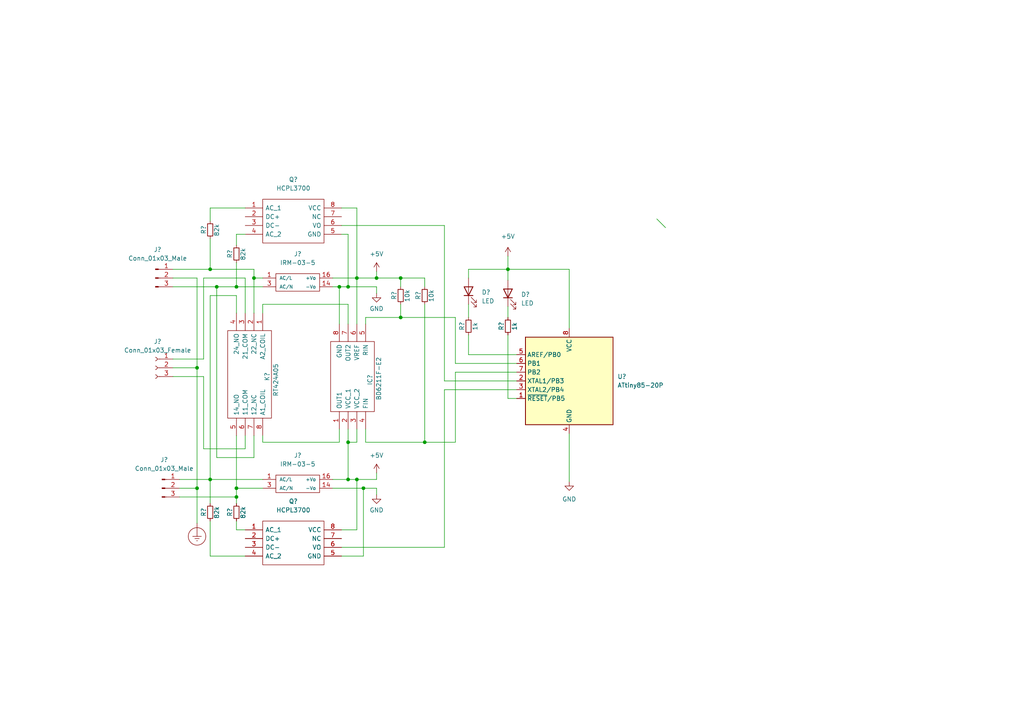
<source format=kicad_sch>
(kicad_sch (version 20211123) (generator eeschema)
  (paper "A4")
  (lib_symbols
    (symbol "Connector:Conn_01x03_Female" (pin_names (offset 1.016) hide)
      (property "Reference" "J" (at 0 5.08 0))
      (property "Value" "Conn_01x03_Female" (at 0 -5.08 0))
      (symbol "Conn_01x03_Female_1_1"
        (arc (start 0 -2.032) (mid -0.508 -2.54) (end 0 -3.048) (stroke (width 0.1524)))
        (polyline (pts (xy -1.27 -2.54) (xy -0.508 -2.54)) (stroke (width 0.1524)))
        (polyline (pts (xy -1.27 0) (xy -0.508 0)) (stroke (width 0.1524)))
        (polyline (pts (xy -1.27 2.54) (xy -0.508 2.54)) (stroke (width 0.1524)))
        (arc (start 0 0.508) (mid -0.508 0) (end 0 -0.508) (stroke (width 0.1524)))
        (arc (start 0 3.048) (mid -0.508 2.54) (end 0 2.032) (stroke (width 0.1524)))
        (pin passive line (at -5.08 2.54 0) (length 3.81) (name "Pin_1") (number "1"))
        (pin passive line (at -5.08 0 0) (length 3.81) (name "Pin_2") (number "2"))
        (pin passive line (at -5.08 -2.54 0) (length 3.81) (name "Pin_3") (number "3"))
      )
    )
    (symbol "Connector:Conn_01x03_Male" (pin_names (offset 1.016) hide)
      (property "Reference" "J" (at 0 5.08 0))
      (property "Value" "Conn_01x03_Male" (at 0 -5.08 0))
      (symbol "Conn_01x03_Male_1_1"
        (polyline (pts (xy 1.27 -2.54) (xy 0.8636 -2.54)) (stroke (width 0.1524)))
        (polyline (pts (xy 1.27 0) (xy 0.8636 0)) (stroke (width 0.1524)))
        (polyline (pts (xy 1.27 2.54) (xy 0.8636 2.54)) (stroke (width 0.1524)))
        (rectangle (start 0.8636 -2.413) (end 0 -2.667) (stroke (width 0.1524)) (fill (type outline)))
        (rectangle (start 0.8636 0.127) (end 0 -0.127) (stroke (width 0.1524)) (fill (type outline)))
        (rectangle (start 0.8636 2.667) (end 0 2.413) (stroke (width 0.1524)) (fill (type outline)))
        (pin passive line (at 5.08 2.54 180) (length 3.81) (name "Pin_1") (number "1"))
        (pin passive line (at 5.08 0 180) (length 3.81) (name "Pin_2") (number "2"))
        (pin passive line (at 5.08 -2.54 180) (length 3.81) (name "Pin_3") (number "3"))
      )
    )
    (symbol "Device:LED" (pin_numbers hide) (pin_names (offset 1.016) hide)
      (property "Reference" "D" (at 0 2.54 0))
      (property "Value" "LED" (at 0 -2.54 0))
      (symbol "LED_0_1"
        (polyline (pts (xy -1.27 -1.27) (xy -1.27 1.27)) (stroke (width 0.254)))
        (polyline (pts (xy -1.27 0) (xy 1.27 0)))
        (polyline (pts (xy 1.27 -1.27) (xy 1.27 1.27) (xy -1.27 0) (xy 1.27 -1.27)) (stroke (width 0.254)))
        (polyline (pts (xy -3.048 -0.762) (xy -4.572 -2.286) (xy -3.81 -2.286) (xy -4.572 -2.286) (xy -4.572 -1.524)))
        (polyline (pts (xy -1.778 -0.762) (xy -3.302 -2.286) (xy -2.54 -2.286) (xy -3.302 -2.286) (xy -3.302 -1.524)))
      )
      (symbol "LED_1_1"
        (pin passive line (at -3.81 0 0) (length 2.54) (name "K") (number "1"))
        (pin passive line (at 3.81 0 180) (length 2.54) (name "A") (number "2"))
      )
    )
    (symbol "Device:R_Small" (pin_numbers hide) (pin_names (offset 0.254) hide)
      (property "Reference" "R" (at 0.762 0.508 0))
      (property "Value" "R_Small" (at 0.762 -1.016 0))
      (symbol "R_Small_0_1"
        (rectangle (start -0.762 1.778) (end 0.762 -1.778) (stroke (width 0.2032)))
      )
      (symbol "R_Small_1_1"
        (pin passive line (at 0 2.54 270) (length 0.762) (name "~") (number "1"))
        (pin passive line (at 0 -2.54 90) (length 0.762) (name "~") (number "2"))
      )
    )
    (symbol "MCU_Microchip_ATtiny:ATtiny85-20P"
      (property "Reference" "U" (at -12.7 13.97 0))
      (property "Value" "ATtiny85-20P" (at 2.54 -13.97 0))
      (symbol "ATtiny85-20P_0_1"
        (rectangle (start -12.7 -12.7) (end 12.7 12.7) (stroke (width 0.254)) (fill (type background)))
      )
      (symbol "ATtiny85-20P_1_1"
        (pin bidirectional line (at 15.24 -5.08 180) (length 2.54) (name "~{RESET}/PB5") (number "1"))
        (pin bidirectional line (at 15.24 0 180) (length 2.54) (name "XTAL1/PB3") (number "2"))
        (pin bidirectional line (at 15.24 -2.54 180) (length 2.54) (name "XTAL2/PB4") (number "3"))
        (pin power_in line (at 0 -15.24 90) (length 2.54) (name "GND") (number "4"))
        (pin bidirectional line (at 15.24 7.62 180) (length 2.54) (name "AREF/PB0") (number "5"))
        (pin bidirectional line (at 15.24 5.08 180) (length 2.54) (name "PB1") (number "6"))
        (pin bidirectional line (at 15.24 2.54 180) (length 2.54) (name "PB2") (number "7"))
        (pin power_in line (at 0 15.24 270) (length 2.54) (name "VCC") (number "8"))
      )
    )
    (symbol "SamacSys_Parts:BD6211F-E2" (pin_names (offset 0.762))
      (property "Reference" "IC" (at 26.67 7.62 0))
      (property "Value" "BD6211F-E2" (at 26.67 5.08 0))
      (symbol "BD6211F-E2_0_0"
        (pin bidirectional line (at 0 0 0) (length 5.08) (name "OUT1") (number "1"))
        (pin bidirectional line (at 0 -2.54 0) (length 5.08) (name "VCC_1") (number "2"))
        (pin bidirectional line (at 0 -5.08 0) (length 5.08) (name "VCC_2") (number "3"))
        (pin bidirectional line (at 0 -7.62 0) (length 5.08) (name "FIN") (number "4"))
        (pin bidirectional line (at 30.48 -7.62 180) (length 5.08) (name "RIN") (number "5"))
        (pin bidirectional line (at 30.48 -5.08 180) (length 5.08) (name "VREF") (number "6"))
        (pin bidirectional line (at 30.48 -2.54 180) (length 5.08) (name "OUT2") (number "7"))
        (pin bidirectional line (at 30.48 0 180) (length 5.08) (name "GND") (number "8"))
      )
      (symbol "BD6211F-E2_0_1"
        (polyline (pts (xy 5.08 2.54) (xy 25.4 2.54) (xy 25.4 -10.16) (xy 5.08 -10.16) (xy 5.08 2.54)) (stroke (width 0.1524)))
      )
    )
    (symbol "SamacSys_Parts:HCPL3700" (pin_names (offset 0.762))
      (property "Reference" "Q" (at 24.13 7.62 0))
      (property "Value" "HCPL3700" (at 24.13 5.08 0))
      (symbol "HCPL3700_0_0"
        (pin bidirectional line (at 0 0 0) (length 5.08) (name "AC_1") (number "1"))
        (pin bidirectional line (at 0 -2.54 0) (length 5.08) (name "DC+") (number "2"))
        (pin bidirectional line (at 0 -5.08 0) (length 5.08) (name "DC-") (number "3"))
        (pin bidirectional line (at 0 -7.62 0) (length 5.08) (name "AC_2") (number "4"))
        (pin bidirectional line (at 27.94 -7.62 180) (length 5.08) (name "GND") (number "5"))
        (pin bidirectional line (at 27.94 -5.08 180) (length 5.08) (name "VO") (number "6"))
        (pin bidirectional line (at 27.94 -2.54 180) (length 5.08) (name "NC") (number "7"))
        (pin bidirectional line (at 27.94 0 180) (length 5.08) (name "VCC") (number "8"))
      )
      (symbol "HCPL3700_0_1"
        (polyline (pts (xy 5.08 2.54) (xy 22.86 2.54) (xy 22.86 -10.16) (xy 5.08 -10.16) (xy 5.08 2.54)) (stroke (width 0.1524)))
      )
    )
    (symbol "SamacSys_Parts:RT424A05" (pin_names (offset 0.762))
      (property "Reference" "K" (at 31.75 7.62 0))
      (property "Value" "RT424A05" (at 31.75 5.08 0))
      (symbol "RT424A05_0_0"
        (pin passive line (at 0 0 0) (length 5.08) (name "A2_COIL") (number "1"))
        (pin passive line (at 0 -2.54 0) (length 5.08) (name "22_NC") (number "2"))
        (pin passive line (at 0 -5.08 0) (length 5.08) (name "21_COM") (number "3"))
        (pin passive line (at 0 -7.62 0) (length 5.08) (name "24_NO") (number "4"))
        (pin passive line (at 35.56 -7.62 180) (length 5.08) (name "14_NO") (number "5"))
        (pin passive line (at 35.56 -5.08 180) (length 5.08) (name "11_COM") (number "6"))
        (pin passive line (at 35.56 -2.54 180) (length 5.08) (name "12_NC") (number "7"))
        (pin passive line (at 35.56 0 180) (length 5.08) (name "A1_COIL") (number "8"))
      )
      (symbol "RT424A05_0_1"
        (polyline (pts (xy 5.08 2.54) (xy 30.48 2.54) (xy 30.48 -10.16) (xy 5.08 -10.16) (xy 5.08 2.54)) (stroke (width 0.1524)))
      )
    )
    (symbol "miscellaneous:IRM-03-5" (pin_names (offset 1.016))
      (property "Reference" "J" (at 0 3.81 0))
      (property "Value" "IRM-03-5" (at 0 -3.81 0))
      (symbol "IRM-03-5_0_1"
        (rectangle (start -6.35 2.54) (end 6.35 -2.54))
      )
      (symbol "IRM-03-5_1_1"
        (pin passive line (at -10.16 1.27 0) (length 3.81) (name "AC/L") (number "1"))
        (pin passive line (at 10.16 -1.27 180) (length 3.81) (name "-Vo") (number "14"))
        (pin power_out line (at 10.16 1.27 180) (length 3.81) (name "+Vo") (number "16"))
        (pin passive line (at -10.16 -1.27 0) (length 3.81) (name "AC/N") (number "3"))
      )
    )
    (symbol "power:+5V" (power) (pin_names (offset 0))
      (property "Value" "+5V" (at 0 3.556 0))
      (symbol "+5V_0_1"
        (polyline (pts (xy -0.762 1.27) (xy 0 2.54)))
        (polyline (pts (xy 0 0) (xy 0 2.54)))
        (polyline (pts (xy 0 2.54) (xy 0.762 1.27)))
      )
      (symbol "+5V_1_1"
        (pin power_in line (at 0 0 90) (length 0) hide (name "+5V") (number "1"))
      )
    )
    (symbol "power:Earth_Protective" (power) (pin_names (offset 0))
      (symbol "Earth_Protective_0_1"
        (circle (center 0 -3.81) (radius 2.54))
        (polyline (pts (xy -0.635 -4.445) (xy 0.635 -4.445)))
        (polyline (pts (xy -0.127 -5.08) (xy 0.127 -5.08)))
        (polyline (pts (xy 0 -3.81) (xy 0 0)))
        (polyline (pts (xy 1.27 -3.81) (xy -1.27 -3.81)))
      )
      (symbol "Earth_Protective_1_1"
        (pin power_in line (at 0 0 270) (length 0) hide (name "Earth_Protective") (number "1"))
      )
    )
    (symbol "power:GND" (power) (pin_names (offset 0))
      (property "Value" "GND" (at 0 -3.81 0))
      (symbol "GND_0_1"
        (polyline (pts (xy 0 0) (xy 0 -1.27) (xy 1.27 -1.27) (xy 0 -2.54) (xy -1.27 -1.27) (xy 0 -1.27)))
      )
      (symbol "GND_1_1"
        (pin power_in line (at 0 0 270) (length 0) hide (name "GND") (number "1"))
      )
    )
  )
  (junction (at 68.58 144.145))
  (junction (at 57.15 141.605))
  (junction (at 98.425 83.185))
  (junction (at 68.58 141.605))
  (junction (at 105.41 141.605))
  (junction (at 116.205 80.645))
  (junction (at 116.205 92.075))
  (junction (at 73.66 80.645))
  (junction (at 60.96 78.105))
  (junction (at 100.965 139.065))
  (junction (at 109.22 80.645))
  (junction (at 60.96 139.065))
  (junction (at 62.865 83.185))
  (junction (at 147.32 78.105))
  (junction (at 123.19 128.27))
  (junction (at 103.505 139.065))
  (junction (at 103.505 80.645))
  (junction (at 57.15 106.68))
  (junction (at 100.965 83.185))
  (junction (at 100.965 128.27))
  (junction (at 68.58 83.185))
  (bus_entry (at 190.5 63.5) (size 2.54 2.54))
  (wire (pts (xy 68.58 76.2) (xy 68.58 83.185)))
  (wire (pts (xy 106.045 124.46) (xy 106.045 128.27)))
  (wire (pts (xy 116.205 88.265) (xy 116.205 92.075)))
  (wire (pts (xy 71.12 126.365) (xy 71.12 130.175)))
  (wire (pts (xy 106.045 128.27) (xy 123.19 128.27)))
  (wire (pts (xy 57.15 106.68) (xy 57.15 80.645)))
  (wire (pts (xy 60.96 60.325) (xy 71.12 60.325)))
  (wire (pts (xy 103.505 80.645) (xy 109.22 80.645)))
  (wire (pts (xy 76.2 128.27) (xy 98.425 128.27)))
  (wire (pts (xy 60.96 139.065) (xy 60.96 85.725)))
  (wire (pts (xy 103.505 80.645) (xy 103.505 60.325)))
  (wire (pts (xy 106.045 93.98) (xy 106.045 92.075)))
  (wire (pts (xy 103.505 153.67) (xy 103.505 139.065)))
  (wire (pts (xy 73.66 126.365) (xy 73.66 132.715)))
  (wire (pts (xy 59.055 130.175) (xy 59.055 109.22)))
  (wire (pts (xy 50.165 78.105) (xy 60.96 78.105)))
  (wire (pts (xy 68.58 141.605) (xy 68.58 126.365)))
  (wire (pts (xy 100.965 83.185) (xy 109.22 83.185)))
  (wire (pts (xy 52.07 141.605) (xy 57.15 141.605)))
  (wire (pts (xy 132.08 105.41) (xy 149.86 105.41)))
  (wire (pts (xy 109.22 80.645) (xy 116.205 80.645)))
  (wire (pts (xy 147.32 74.295) (xy 147.32 78.105)))
  (wire (pts (xy 60.96 69.215) (xy 60.96 78.105)))
  (wire (pts (xy 165.1 125.73) (xy 165.1 139.7)))
  (wire (pts (xy 60.96 85.725) (xy 68.58 85.725)))
  (wire (pts (xy 135.89 88.265) (xy 135.89 92.075)))
  (wire (pts (xy 100.965 128.27) (xy 103.505 128.27)))
  (wire (pts (xy 165.1 78.105) (xy 165.1 95.25)))
  (wire (pts (xy 50.165 104.14) (xy 59.055 104.14)))
  (wire (pts (xy 52.07 144.145) (xy 68.58 144.145)))
  (wire (pts (xy 109.22 137.16) (xy 109.22 139.065)))
  (wire (pts (xy 116.205 92.075) (xy 132.08 92.075)))
  (wire (pts (xy 60.96 139.065) (xy 76.2 139.065)))
  (wire (pts (xy 52.07 139.065) (xy 60.96 139.065)))
  (wire (pts (xy 62.865 83.185) (xy 50.165 83.185)))
  (wire (pts (xy 62.865 83.185) (xy 68.58 83.185)))
  (wire (pts (xy 59.055 104.14) (xy 59.055 80.645)))
  (wire (pts (xy 100.965 128.27) (xy 100.965 139.065)))
  (wire (pts (xy 68.58 141.605) (xy 76.2 141.605)))
  (wire (pts (xy 109.22 83.185) (xy 109.22 85.09)))
  (wire (pts (xy 99.06 158.75) (xy 128.905 158.75)))
  (wire (pts (xy 98.425 93.98) (xy 98.425 83.185)))
  (wire (pts (xy 60.96 161.29) (xy 71.12 161.29)))
  (wire (pts (xy 128.905 158.75) (xy 128.905 113.03)))
  (wire (pts (xy 109.22 80.645) (xy 109.22 78.74)))
  (wire (pts (xy 71.12 80.645) (xy 71.12 90.805)))
  (wire (pts (xy 100.965 88.265) (xy 76.2 88.265)))
  (wire (pts (xy 60.96 64.135) (xy 60.96 60.325)))
  (wire (pts (xy 57.15 141.605) (xy 57.15 106.68)))
  (wire (pts (xy 59.055 109.22) (xy 50.165 109.22)))
  (wire (pts (xy 73.66 80.645) (xy 73.66 90.805)))
  (wire (pts (xy 99.06 153.67) (xy 103.505 153.67)))
  (wire (pts (xy 73.66 132.715) (xy 62.865 132.715)))
  (wire (pts (xy 135.89 78.105) (xy 147.32 78.105)))
  (wire (pts (xy 149.86 115.57) (xy 147.32 115.57)))
  (wire (pts (xy 103.505 80.645) (xy 103.505 93.98)))
  (wire (pts (xy 99.06 161.29) (xy 105.41 161.29)))
  (wire (pts (xy 62.865 132.715) (xy 62.865 83.185)))
  (wire (pts (xy 116.205 80.645) (xy 116.205 83.185)))
  (wire (pts (xy 50.165 106.68) (xy 57.15 106.68)))
  (wire (pts (xy 71.12 130.175) (xy 59.055 130.175)))
  (wire (pts (xy 135.89 102.87) (xy 135.89 97.155)))
  (wire (pts (xy 105.41 141.605) (xy 109.22 141.605)))
  (wire (pts (xy 60.96 78.105) (xy 73.66 78.105)))
  (wire (pts (xy 123.19 128.27) (xy 132.08 128.27)))
  (wire (pts (xy 128.905 65.405) (xy 128.905 110.49)))
  (wire (pts (xy 68.58 85.725) (xy 68.58 90.805)))
  (wire (pts (xy 68.58 83.185) (xy 76.2 83.185)))
  (wire (pts (xy 147.32 78.105) (xy 147.32 81.28)))
  (wire (pts (xy 147.32 115.57) (xy 147.32 97.155)))
  (wire (pts (xy 128.905 113.03) (xy 149.86 113.03)))
  (wire (pts (xy 149.86 102.87) (xy 135.89 102.87)))
  (wire (pts (xy 147.32 88.9) (xy 147.32 92.075)))
  (wire (pts (xy 68.58 144.145) (xy 68.58 146.05)))
  (wire (pts (xy 96.52 80.645) (xy 103.505 80.645)))
  (wire (pts (xy 103.505 139.065) (xy 109.22 139.065)))
  (wire (pts (xy 73.66 78.105) (xy 73.66 80.645)))
  (wire (pts (xy 68.58 144.145) (xy 68.58 141.605)))
  (wire (pts (xy 147.32 78.105) (xy 165.1 78.105)))
  (wire (pts (xy 71.12 153.67) (xy 68.58 153.67)))
  (wire (pts (xy 99.06 67.945) (xy 100.965 67.945)))
  (wire (pts (xy 100.965 139.065) (xy 103.505 139.065)))
  (wire (pts (xy 76.2 126.365) (xy 76.2 128.27)))
  (wire (pts (xy 100.965 93.98) (xy 100.965 88.265)))
  (wire (pts (xy 103.505 60.325) (xy 99.06 60.325)))
  (wire (pts (xy 76.2 88.265) (xy 76.2 90.805)))
  (wire (pts (xy 57.15 80.645) (xy 50.165 80.645)))
  (wire (pts (xy 96.52 141.605) (xy 105.41 141.605)))
  (wire (pts (xy 96.52 83.185) (xy 98.425 83.185)))
  (wire (pts (xy 132.08 92.075) (xy 132.08 105.41)))
  (wire (pts (xy 100.965 67.945) (xy 100.965 83.185)))
  (wire (pts (xy 98.425 128.27) (xy 98.425 124.46)))
  (wire (pts (xy 59.055 80.645) (xy 71.12 80.645)))
  (wire (pts (xy 109.22 141.605) (xy 109.22 143.51)))
  (wire (pts (xy 132.08 128.27) (xy 132.08 107.95)))
  (wire (pts (xy 98.425 83.185) (xy 100.965 83.185)))
  (wire (pts (xy 100.965 124.46) (xy 100.965 128.27)))
  (wire (pts (xy 132.08 107.95) (xy 149.86 107.95)))
  (wire (pts (xy 116.205 80.645) (xy 123.19 80.645)))
  (wire (pts (xy 106.045 92.075) (xy 116.205 92.075)))
  (wire (pts (xy 68.58 153.67) (xy 68.58 151.13)))
  (wire (pts (xy 68.58 71.12) (xy 68.58 67.945)))
  (wire (pts (xy 128.905 110.49) (xy 149.86 110.49)))
  (wire (pts (xy 60.96 151.13) (xy 60.96 161.29)))
  (wire (pts (xy 123.19 80.645) (xy 123.19 83.185)))
  (wire (pts (xy 68.58 67.945) (xy 71.12 67.945)))
  (wire (pts (xy 123.19 88.265) (xy 123.19 128.27)))
  (wire (pts (xy 99.06 65.405) (xy 128.905 65.405)))
  (wire (pts (xy 105.41 161.29) (xy 105.41 141.605)))
  (wire (pts (xy 135.89 78.105) (xy 135.89 80.645)))
  (wire (pts (xy 96.52 139.065) (xy 100.965 139.065)))
  (wire (pts (xy 60.96 139.065) (xy 60.96 146.05)))
  (wire (pts (xy 57.15 151.765) (xy 57.15 141.605)))
  (wire (pts (xy 73.66 80.645) (xy 76.2 80.645)))
  (wire (pts (xy 103.505 128.27) (xy 103.505 124.46)))
  (symbol (lib_id "Connector:Conn_01x03_Male") (at 46.99 141.605 0) (unit 1)
    (property "Reference" "J?" (at 47.625 133.35 0))
    (property "Value" "Conn_01x03_Male" (at 47.625 135.89 0))
  )
  (symbol (lib_id "Device:LED") (at 135.89 84.455 90) (unit 1)
    (property "Reference" "D?" (at 139.7 84.7724 90) (effects (justify right)))
    (property "Value" "LED" (at 139.7 87.3124 90) (effects (justify right)))
  )
  (symbol (lib_id "Device:R_Small") (at 147.32 94.615 0) (unit 1)
    (property "Reference" "R?" (at 145.415 95.885 90) (effects (justify left)))
    (property "Value" "1k" (at 149.225 95.885 90) (effects (justify left)))
  )
  (symbol (lib_id "power:+5V") (at 147.32 74.295 0) (unit 1)
    (property "Reference" "#PWR?" (effects hide))
    (property "Value" "+5V" (at 147.32 68.58 0))
  )
  (symbol (lib_id "power:GND") (at 109.22 143.51 0) (unit 1)
    (property "Reference" "#PWR?" (effects hide))
    (property "Value" "GND" (at 109.22 147.955 0))
  )
  (symbol (lib_id "power:+5V") (at 109.22 78.74 0) (unit 1)
    (property "Reference" "#PWR?" (effects hide))
    (property "Value" "+5V" (at 109.22 73.66 0))
  )
  (symbol (lib_id "SamacSys_Parts:HCPL3700") (at 71.12 60.325 0) (unit 1)
    (property "Reference" "Q?" (at 85.09 52.07 0))
    (property "Value" "HCPL3700" (at 85.09 54.61 0))
    (property "Footprint" "DIP762W56P254L966H508Q8N" (effects hide))
    (property "Datasheet" "https://www.mouser.ch/datasheet/2/308/HCPL3700-1301093.pdf" (effects hide))
    (property "Description" "AC/DC to Logic Optocoupler w/Base PDIP8" (effects hide))
    (property "Height" "5.08" (effects hide))
    (property "Mouser Part Number" "512-HCPL-3700" (effects hide))
    (property "Manufacturer_Name" "ON Semiconductor" (effects hide))
    (property "Manufacturer_Part_Number" "HCPL3700" (effects hide))
  )
  (symbol (lib_id "Device:R_Small") (at 123.19 85.725 0) (unit 1)
    (property "Reference" "R?" (at 121.285 86.995 90) (effects (justify left)))
    (property "Value" "10k" (at 125.095 87.63 90) (effects (justify left)))
  )
  (symbol (lib_id "Connector:Conn_01x03_Female") (at 45.085 106.68 0) (mirror y) (unit 1)
    (property "Reference" "J?" (at 45.72 99.06 0))
    (property "Value" "Conn_01x03_Female" (at 45.72 101.6 0))
  )
  (symbol (lib_id "SamacSys_Parts:HCPL3700") (at 71.12 153.67 0) (unit 1)
    (property "Reference" "Q?" (at 85.09 145.415 0))
    (property "Value" "HCPL3700" (at 85.09 147.955 0))
    (property "Footprint" "DIP762W56P254L966H508Q8N" (effects hide))
    (property "Datasheet" "https://www.mouser.ch/datasheet/2/308/HCPL3700-1301093.pdf" (effects hide))
    (property "Description" "AC/DC to Logic Optocoupler w/Base PDIP8" (effects hide))
    (property "Height" "5.08" (effects hide))
    (property "Mouser Part Number" "512-HCPL-3700" (effects hide))
    (property "Manufacturer_Name" "ON Semiconductor" (effects hide))
    (property "Manufacturer_Part_Number" "HCPL3700" (effects hide))
  )
  (symbol (lib_id "power:Earth_Protective") (at 57.15 151.765 0) (unit 1)
    (property "Reference" "#PWR?" (effects hide))
    (property "Value" "Earth_Protective" (effects hide))
  )
  (symbol (lib_id "Device:R_Small") (at 60.96 148.59 0) (unit 1)
    (property "Reference" "R?" (at 59.055 149.86 90) (effects (justify left)))
    (property "Value" "82k" (at 62.865 150.495 90) (effects (justify left)))
  )
  (symbol (lib_id "MCU_Microchip_ATtiny:ATtiny85-20P") (at 165.1 110.49 0) (mirror y) (unit 1)
    (property "Reference" "U?" (at 179.07 109.2199 0) (effects (justify right)))
    (property "Value" "ATtiny85-20P" (at 179.07 111.7599 0) (effects (justify right)))
    (property "Footprint" "Package_DIP:DIP-8_W7.62mm" (effects hide))
    (property "Datasheet" "http://ww1.microchip.com/downloads/en/DeviceDoc/atmel-2586-avr-8-bit-microcontroller-attiny25-attiny45-attiny85_datasheet.pdf" (effects hide))
  )
  (symbol (lib_id "Device:R_Small") (at 60.96 66.675 0) (unit 1)
    (property "Reference" "R?" (at 59.055 67.945 90) (effects (justify left)))
    (property "Value" "82k" (at 62.865 68.58 90) (effects (justify left)))
  )
  (symbol (lib_id "Device:R_Small") (at 68.58 148.59 0) (unit 1)
    (property "Reference" "R?" (at 66.675 149.86 90) (effects (justify left)))
    (property "Value" "82k" (at 70.485 150.495 90) (effects (justify left)))
  )
  (symbol (lib_id "Device:LED") (at 147.32 85.09 90) (unit 1)
    (property "Reference" "D?" (at 151.13 85.4074 90) (effects (justify right)))
    (property "Value" "LED" (at 151.13 87.9474 90) (effects (justify right)))
  )
  (symbol (lib_id "power:+5V") (at 109.22 137.16 0) (unit 1)
    (property "Reference" "#PWR?" (effects hide))
    (property "Value" "+5V" (at 109.22 132.08 0))
  )
  (symbol (lib_id "SamacSys_Parts:RT424A05") (at 76.2 90.805 270) (unit 1)
    (property "Reference" "K?" (at 77.47 107.95 0) (effects (justify left)))
    (property "Value" "RT424A05" (at 80.01 105.41 0) (effects (justify left)))
    (property "Footprint" "RT42" (effects hide))
    (property "Datasheet" "https://componentsearchengine.com/Datasheets/1/RT424A05.pdf" (effects hide))
    (property "Description" "PCB Relay DPDT 8A 5Vdc bistable" (effects hide))
    (property "Manufacturer_Name" "TE Connectivity" (effects hide))
    (property "Manufacturer_Part_Number" "RT424A05" (effects hide))
    (property "Mouser Part Number" "655-RT424A05" (effects hide))
    (property "Mouser Price/Stock" "https://www.mouser.co.uk/ProductDetail/TE-Connectivity-Schrack/RT424A05?qs=8wHch9UpSvbHQZxyZ7cwxQ%3D%3D" (effects hide))
    (property "Arrow Part Number" "RT424A05" (effects hide))
    (property "Arrow Price/Stock" "https://www.arrow.com/en/products/rt424a05/te-connectivity" (effects hide))
  )
  (symbol (lib_id "power:GND") (at 165.1 139.7 0) (unit 1)
    (property "Reference" "#PWR?" (effects hide))
    (property "Value" "GND" (at 165.1 144.78 0))
  )
  (symbol (lib_id "Connector:Conn_01x03_Male") (at 45.085 80.645 0) (unit 1)
    (property "Reference" "J?" (at 45.72 72.39 0))
    (property "Value" "Conn_01x03_Male" (at 45.72 74.93 0))
  )
  (symbol (lib_id "Device:R_Small") (at 68.58 73.66 0) (unit 1)
    (property "Reference" "R?" (at 66.675 74.93 90) (effects (justify left)))
    (property "Value" "82k" (at 70.485 75.565 90) (effects (justify left)))
  )
  (symbol (lib_id "Device:R_Small") (at 135.89 94.615 0) (unit 1)
    (property "Reference" "R?" (at 133.985 95.885 90) (effects (justify left)))
    (property "Value" "1k" (at 137.795 95.885 90) (effects (justify left)))
  )
  (symbol (lib_id "miscellaneous:IRM-03-5") (at 86.36 140.335 0) (unit 1)
    (property "Reference" "J?" (at 86.36 132.08 0))
    (property "Value" "IRM-03-5" (at 86.36 134.62 0))
  )
  (symbol (lib_id "SamacSys_Parts:BD6211F-E2") (at 98.425 124.46 90) (unit 1)
    (property "Reference" "IC?" (at 107.315 108.585 0) (effects (justify right)))
    (property "Value" "BD6211F-E2" (at 109.855 103.505 0) (effects (justify right)))
    (property "Footprint" "SOIC127P620X160-8N" (effects hide))
    (property "Datasheet" "https://componentsearchengine.com/Datasheets/1/BD6211F-E2.pdf" (effects hide))
    (property "Description" "ROHM BD6211F-E2, Full Bridge Motor Driver Half-Bridge,, 8-Pin SOP" (effects hide))
    (property "Height" "1.6" (effects hide))
    (property "Mouser Part Number" "755-BD6211F-E2" (effects hide))
    (property "Mouser Price/Stock" "https://www.mouser.com/Search/Refine.aspx?Keyword=755-BD6211F-E2" (effects hide))
    (property "Manufacturer_Name" "ROHM Semiconductor" (effects hide))
    (property "Manufacturer_Part_Number" "BD6211F-E2" (effects hide))
  )
  (symbol (lib_id "power:GND") (at 109.22 85.09 0) (unit 1)
    (property "Reference" "#PWR?" (effects hide))
    (property "Value" "GND" (at 109.22 89.535 0))
  )
  (symbol (lib_id "Device:R_Small") (at 116.205 85.725 0) (unit 1)
    (property "Reference" "R?" (at 114.3 86.995 90) (effects (justify left)))
    (property "Value" "10k" (at 118.11 87.63 90) (effects (justify left)))
  )
  (symbol (lib_id "miscellaneous:IRM-03-5") (at 86.36 81.915 0) (unit 1)
    (property "Reference" "J?" (at 86.36 73.66 0))
    (property "Value" "IRM-03-5" (at 86.36 76.2 0))
  )
)
</source>
